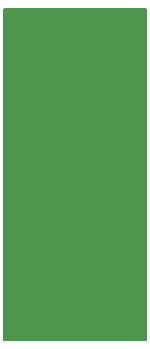
<source format=gbr>
%TF.GenerationSoftware,KiCad,Pcbnew,(6.0.11)*%
%TF.CreationDate,2024-01-21T20:47:10+09:00*%
%TF.ProjectId,ORION_enc_v2,4f52494f-4e5f-4656-9e63-5f76322e6b69,rev?*%
%TF.SameCoordinates,Original*%
%TF.FileFunction,Legend,Bot*%
%TF.FilePolarity,Positive*%
%FSLAX46Y46*%
G04 Gerber Fmt 4.6, Leading zero omitted, Abs format (unit mm)*
G04 Created by KiCad (PCBNEW (6.0.11)) date 2024-01-21 20:47:10*
%MOMM*%
%LPD*%
G01*
G04 APERTURE LIST*
%ADD10C,0.150000*%
G04 APERTURE END LIST*
D10*
X63000000Y-43000000D02*
X75000000Y-43000000D01*
X75000000Y-43000000D02*
X75000000Y-71000000D01*
X75000000Y-71000000D02*
X63000000Y-71000000D01*
X63000000Y-71000000D02*
X63000000Y-43000000D01*
G36*
X63000000Y-43000000D02*
G01*
X75000000Y-43000000D01*
X75000000Y-71000000D01*
X63000000Y-71000000D01*
X63000000Y-43000000D01*
G37*
M02*

</source>
